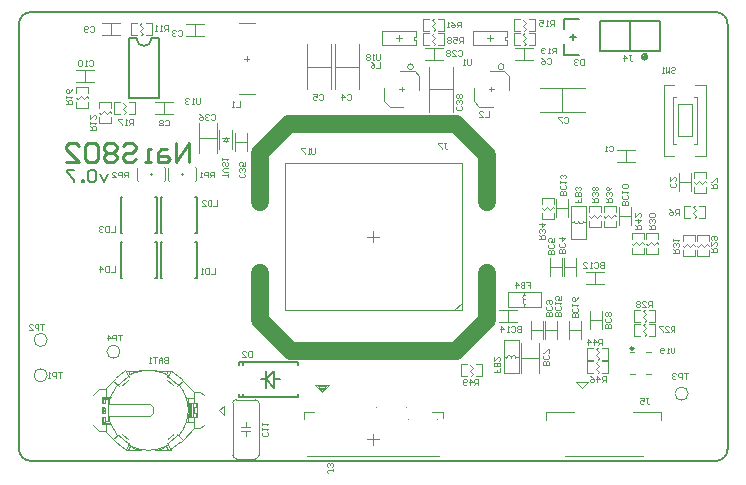
<source format=gbo>
%FSLAX44Y44*%
%MOMM*%
G71*
G01*
G75*
G04 Layer_Color=32896*
%ADD10R,1.8000X0.2500*%
%ADD11R,0.5000X0.6000*%
%ADD12R,0.5000X1.1000*%
%ADD13R,0.8128X0.8128*%
%ADD14R,1.0160X0.8890*%
%ADD15R,2.4000X1.2500*%
%ADD16R,1.2000X1.2500*%
%ADD17R,0.8890X1.0160*%
%ADD18R,1.6002X1.2954*%
%ADD19R,0.7600X1.5200*%
%ADD20R,0.6000X0.5000*%
%ADD21R,0.8128X0.8128*%
%ADD22R,1.0668X0.8128*%
G04:AMPARAMS|DCode=23|XSize=0.22mm|YSize=0.8mm|CornerRadius=0mm|HoleSize=0mm|Usage=FLASHONLY|Rotation=90.000|XOffset=0mm|YOffset=0mm|HoleType=Round|Shape=RoundedRectangle|*
%AMROUNDEDRECTD23*
21,1,0.2200,0.8000,0,0,90.0*
21,1,0.2200,0.8000,0,0,90.0*
1,1,0.0000,0.4000,0.1100*
1,1,0.0000,0.4000,-0.1100*
1,1,0.0000,-0.4000,-0.1100*
1,1,0.0000,-0.4000,0.1100*
%
%ADD23ROUNDEDRECTD23*%
G04:AMPARAMS|DCode=24|XSize=0.22mm|YSize=0.8mm|CornerRadius=0mm|HoleSize=0mm|Usage=FLASHONLY|Rotation=0.000|XOffset=0mm|YOffset=0mm|HoleType=Round|Shape=RoundedRectangle|*
%AMROUNDEDRECTD24*
21,1,0.2200,0.8000,0,0,0.0*
21,1,0.2200,0.8000,0,0,0.0*
1,1,0.0000,0.1100,-0.4000*
1,1,0.0000,-0.1100,-0.4000*
1,1,0.0000,-0.1100,0.4000*
1,1,0.0000,0.1100,0.4000*
%
%ADD24ROUNDEDRECTD24*%
%ADD25R,4.3000X4.3000*%
%ADD26R,0.6000X0.7000*%
%ADD27R,1.2000X1.4000*%
%ADD28R,0.8000X1.6000*%
%ADD29P,1.8385X4X90.0*%
%ADD30R,1.2700X0.5080*%
%ADD31R,1.3970X1.3970*%
%ADD32R,1.2000X1.6000*%
%ADD33R,1.5000X0.4000*%
%ADD34R,1.2000X2.2000*%
%ADD35R,1.6000X1.4000*%
%ADD36R,1.1000X1.4000*%
%ADD37R,0.7000X1.6000*%
%ADD38R,1.4000X1.2000*%
%ADD39R,1.4000X0.6000*%
%ADD40C,0.2000*%
%ADD41C,0.2540*%
%ADD42C,0.1270*%
%ADD43C,0.4000*%
%ADD44C,0.6000*%
%ADD45C,0.3000*%
%ADD46C,1.0000*%
%ADD47C,0.5000*%
%ADD48C,0.0254*%
%ADD49C,0.5000*%
G04:AMPARAMS|DCode=50|XSize=4mm|YSize=4mm|CornerRadius=2mm|HoleSize=0mm|Usage=FLASHONLY|Rotation=0.000|XOffset=0mm|YOffset=0mm|HoleType=Round|Shape=RoundedRectangle|*
%AMROUNDEDRECTD50*
21,1,4.0000,0.0000,0,0,0.0*
21,1,0.0000,4.0000,0,0,0.0*
1,1,4.0000,0.0000,0.0000*
1,1,4.0000,0.0000,0.0000*
1,1,4.0000,0.0000,0.0000*
1,1,4.0000,0.0000,0.0000*
%
%ADD50ROUNDEDRECTD50*%
%ADD51R,1.5240X1.5240*%
%ADD52C,1.5240*%
%ADD53C,0.3000*%
%ADD54C,4.4000*%
%ADD55C,0.8000*%
%ADD56C,3.6000*%
%ADD57R,1.2000X2.0000*%
%ADD58R,1.6000X1.2000*%
%ADD59O,2.0320X0.6096*%
%ADD60R,2.0320X0.6096*%
%ADD61R,2.3500X0.7250*%
%ADD62R,1.3970X1.3970*%
%ADD63P,1.8385X4X180.0*%
%ADD64R,2.1000X3.0000*%
%ADD65R,0.8000X2.1000*%
%ADD66R,1.6000X2.2000*%
%ADD67C,0.8000*%
G04:AMPARAMS|DCode=68|XSize=2mm|YSize=2mm|CornerRadius=0mm|HoleSize=0mm|Usage=FLASHONLY|Rotation=180.000|XOffset=0mm|YOffset=0mm|HoleType=Round|Shape=RoundedRectangle|*
%AMROUNDEDRECTD68*
21,1,2.0000,2.0000,0,0,180.0*
21,1,2.0000,2.0000,0,0,180.0*
1,1,0.0000,-1.0000,1.0000*
1,1,0.0000,1.0000,1.0000*
1,1,0.0000,1.0000,-1.0000*
1,1,0.0000,-1.0000,-1.0000*
%
%ADD68ROUNDEDRECTD68*%
%ADD69R,2.1500X6.3000*%
%ADD70C,0.6000*%
%ADD71R,1.6000X1.6000*%
%ADD72R,0.4064X0.5500*%
%ADD73R,0.3048X0.5500*%
%ADD74R,0.2000X0.7500*%
%ADD75R,0.7500X0.2000*%
%ADD76R,0.7000X0.6000*%
%ADD77R,2.3500X1.9250*%
%ADD78C,4.0000*%
%ADD79C,0.1250*%
%ADD80C,0.1524*%
%ADD81C,0.1200*%
%ADD82C,0.2032*%
%ADD83C,0.1000*%
%ADD84R,2.0040X0.4540*%
%ADD85R,0.7040X0.8040*%
%ADD86R,0.7040X1.3040*%
%ADD87R,1.0168X1.0168*%
%ADD88R,1.2200X1.0930*%
%ADD89R,2.6040X1.4540*%
%ADD90R,1.4040X1.4540*%
%ADD91R,1.0930X1.2200*%
%ADD92R,1.8042X1.4994*%
%ADD93R,0.9640X1.7240*%
%ADD94R,0.8040X0.7040*%
%ADD95R,1.0168X1.0168*%
%ADD96R,1.2708X1.0168*%
G04:AMPARAMS|DCode=97|XSize=0.424mm|YSize=1.004mm|CornerRadius=0mm|HoleSize=0mm|Usage=FLASHONLY|Rotation=90.000|XOffset=0mm|YOffset=0mm|HoleType=Round|Shape=RoundedRectangle|*
%AMROUNDEDRECTD97*
21,1,0.4240,1.0040,0,0,90.0*
21,1,0.4240,1.0040,0,0,90.0*
1,1,0.0000,0.5020,0.2120*
1,1,0.0000,0.5020,-0.2120*
1,1,0.0000,-0.5020,-0.2120*
1,1,0.0000,-0.5020,0.2120*
%
%ADD97ROUNDEDRECTD97*%
G04:AMPARAMS|DCode=98|XSize=0.424mm|YSize=1.004mm|CornerRadius=0mm|HoleSize=0mm|Usage=FLASHONLY|Rotation=0.000|XOffset=0mm|YOffset=0mm|HoleType=Round|Shape=RoundedRectangle|*
%AMROUNDEDRECTD98*
21,1,0.4240,1.0040,0,0,0.0*
21,1,0.4240,1.0040,0,0,0.0*
1,1,0.0000,0.2120,-0.5020*
1,1,0.0000,-0.2120,-0.5020*
1,1,0.0000,-0.2120,0.5020*
1,1,0.0000,0.2120,0.5020*
%
%ADD98ROUNDEDRECTD98*%
%ADD99R,4.5040X4.5040*%
%ADD100R,0.8040X0.9040*%
%ADD101R,1.4040X1.6040*%
%ADD102R,1.0040X1.8040*%
%ADD103P,2.1270X4X90.0*%
%ADD104R,1.4740X0.7120*%
%ADD105R,1.6010X1.6010*%
%ADD106R,1.4040X1.8040*%
%ADD107R,1.7040X0.6040*%
%ADD108R,1.4040X2.4040*%
%ADD109R,1.8040X1.6040*%
%ADD110R,1.3040X1.6040*%
%ADD111R,0.9040X1.8040*%
%ADD112R,1.6040X1.4040*%
%ADD113R,1.6040X0.8040*%
%ADD114C,0.7040*%
G04:AMPARAMS|DCode=115|XSize=4.204mm|YSize=4.204mm|CornerRadius=2.102mm|HoleSize=0mm|Usage=FLASHONLY|Rotation=0.000|XOffset=0mm|YOffset=0mm|HoleType=Round|Shape=RoundedRectangle|*
%AMROUNDEDRECTD115*
21,1,4.2040,0.0000,0,0,0.0*
21,1,0.0000,4.2040,0,0,0.0*
1,1,4.2040,0.0000,0.0000*
1,1,4.2040,0.0000,0.0000*
1,1,4.2040,0.0000,0.0000*
1,1,4.2040,0.0000,0.0000*
%
%ADD115ROUNDEDRECTD115*%
%ADD116R,1.7280X1.7280*%
%ADD117C,1.7280*%
%ADD118C,0.5040*%
%ADD119C,0.2040*%
%ADD120C,4.6040*%
%ADD121R,2.5500X1.4000*%
%ADD122R,1.4040X2.2040*%
%ADD123R,1.8040X1.4040*%
%ADD124O,2.2360X0.8136*%
%ADD125R,2.2360X0.8136*%
%ADD126R,2.5540X0.9290*%
%ADD127R,1.6010X1.6010*%
%ADD128P,2.1270X4X180.0*%
%ADD129R,2.3040X3.2040*%
%ADD130R,1.0040X2.3040*%
%ADD131R,1.8040X2.4040*%
%ADD132C,1.0040*%
G04:AMPARAMS|DCode=133|XSize=2.204mm|YSize=2.204mm|CornerRadius=0mm|HoleSize=0mm|Usage=FLASHONLY|Rotation=180.000|XOffset=0mm|YOffset=0mm|HoleType=Round|Shape=RoundedRectangle|*
%AMROUNDEDRECTD133*
21,1,2.2040,2.2040,0,0,180.0*
21,1,2.2040,2.2040,0,0,180.0*
1,1,0.0000,-1.1020,1.1020*
1,1,0.0000,1.1020,1.1020*
1,1,0.0000,1.1020,-1.1020*
1,1,0.0000,-1.1020,-1.1020*
%
%ADD133ROUNDEDRECTD133*%
%ADD134R,2.3540X6.5040*%
%ADD135C,0.8040*%
%ADD136R,1.8040X1.8040*%
%ADD137R,0.6104X0.7540*%
%ADD138R,0.5088X0.7540*%
%ADD139R,0.4040X0.9540*%
%ADD140R,0.9540X0.4040*%
%ADD141R,0.9040X0.8040*%
%ADD142C,4.2040*%
%ADD143C,0.1999*%
%ADD144C,1.5000*%
D40*
X-90800Y-121000D02*
X-83800Y-128000D01*
X-90800Y-121000D02*
X-83775Y-113975D01*
X-83780Y-128000D02*
Y-114000D01*
X-90800Y-128200D02*
Y-113800D01*
X-95000Y-121000D02*
X-90800D01*
X-83780D02*
X-79000D01*
X-114000Y-106500D02*
X-64000D01*
Y-135500D02*
Y-133000D01*
Y-109000D02*
Y-106500D01*
X-110000Y-109000D02*
Y-106500D01*
X-114000Y-135500D02*
X-64000D01*
X-110000D02*
Y-133000D01*
X-114000Y-135500D02*
Y-133000D01*
Y-109000D02*
Y-106500D01*
X289941Y-190000D02*
G03*
X299941Y-180000I0J10000D01*
G01*
Y180000D02*
G03*
X289941Y190000I-10000J0D01*
G01*
X-300000Y-180000D02*
G03*
X-290000Y-190000I10000J0D01*
G01*
Y190000D02*
G03*
X-300000Y180000I0J-10000D01*
G01*
X300000Y-180000D02*
Y180000D01*
X-300000Y-180000D02*
Y180000D01*
X-290000Y-190000D02*
X289941Y-190000D01*
X-290000Y190000D02*
X289941Y190000D01*
D41*
X220000Y-95000D02*
G03*
X220000Y-95000I-1000J0D01*
G01*
X-156000Y63050D02*
Y79045D01*
X-166663Y63050D01*
Y79045D01*
X-174661Y73713D02*
X-179992D01*
X-182658Y71048D01*
Y63050D01*
X-174661D01*
X-171995Y65716D01*
X-174661Y68382D01*
X-182658D01*
X-187990Y63050D02*
X-193321D01*
X-190655D01*
Y73713D01*
X-187990D01*
X-211982Y76379D02*
X-209316Y79045D01*
X-203984D01*
X-201319Y76379D01*
Y73713D01*
X-203984Y71048D01*
X-209316D01*
X-211982Y68382D01*
Y65716D01*
X-209316Y63050D01*
X-203984D01*
X-201319Y65716D01*
X-217313Y76379D02*
X-219979Y79045D01*
X-225311D01*
X-227977Y76379D01*
Y73713D01*
X-225311Y71048D01*
X-227977Y68382D01*
Y65716D01*
X-225311Y63050D01*
X-219979D01*
X-217313Y65716D01*
Y68382D01*
X-219979Y71048D01*
X-217313Y73713D01*
Y76379D01*
X-219979Y71048D02*
X-225311D01*
X-233308Y76379D02*
X-235974Y79045D01*
X-241306D01*
X-243972Y76379D01*
Y65716D01*
X-241306Y63050D01*
X-235974D01*
X-233308Y65716D01*
Y76379D01*
X-259966Y63050D02*
X-249303D01*
X-259966Y73713D01*
Y76379D01*
X-257300Y79045D01*
X-251969D01*
X-249303Y76379D01*
D42*
X-149362Y2750D02*
Y33250D01*
X-179862Y2750D02*
Y33250D01*
Y2750D02*
X-178612D01*
X-150612D02*
X-149362D01*
X-179862Y33250D02*
X-178612D01*
X-150612D02*
X-149362D01*
X-213862Y2750D02*
Y33250D01*
X-183362Y2750D02*
Y33250D01*
X-184612D02*
X-183362D01*
X-213862D02*
X-212612D01*
X-184612Y2750D02*
X-183362D01*
X-213862D02*
X-212612D01*
X-213862Y-35250D02*
Y-4750D01*
X-183362Y-35250D02*
Y-4750D01*
X-184612D02*
X-183362D01*
X-213862D02*
X-212612D01*
X-184612Y-35250D02*
X-183362D01*
X-213862D02*
X-212612D01*
X-149362D02*
Y-4750D01*
X-179862Y-35250D02*
Y-4750D01*
Y-35250D02*
X-178612D01*
X-150612D02*
X-149362D01*
X-179862Y-4750D02*
X-178612D01*
X-150612D02*
X-149362D01*
X-224657Y52664D02*
X-227989Y46000D01*
X-231321Y52664D01*
X-234654Y54331D02*
X-236320Y55997D01*
X-239652D01*
X-241318Y54331D01*
Y47666D01*
X-239652Y46000D01*
X-236320D01*
X-234654Y47666D01*
Y54331D01*
X-244650Y46000D02*
Y47666D01*
X-246317D01*
Y46000D01*
X-244650D01*
X-252981Y55997D02*
X-259646D01*
Y54331D01*
X-252981Y47666D01*
Y46000D01*
D48*
X53993Y-154584D02*
X54000D01*
X27493Y-143984D02*
X27500D01*
X2493D02*
X2500D01*
X28993Y-154584D02*
X29000D01*
D79*
X110730Y143799D02*
G03*
X110730Y143799I-2500J0D01*
G01*
X34000D02*
G03*
X34000Y143799I-2500J0D01*
G01*
X-205228Y-177662D02*
G03*
X-175846Y-177662I14691J30662D01*
G01*
X-222873Y-136494D02*
G03*
X-222873Y-157507I32336J-10507D01*
G01*
X-175846Y-116338D02*
G03*
X-205228Y-116338I-14691J-30662D01*
G01*
X-158040Y-156997D02*
G03*
X-158040Y-137003I-32497J9997D01*
G01*
X-222319Y-135495D02*
G03*
X-222665Y-136499I31782J-11505D01*
G01*
X-216429Y-125274D02*
G03*
X-222319Y-135495I25892J-21726D01*
G01*
X-222665Y-157501D02*
G03*
X-222319Y-158505I32127J10501D01*
G01*
X-158249Y-137005D02*
G03*
X-164645Y-125274I-32288J-9995D01*
G01*
X-222319Y-158505D02*
G03*
X-216429Y-168726I31782J11505D01*
G01*
X-164645Y-168726D02*
G03*
X-158249Y-156995I-25892J21726D01*
G01*
X-175932Y-177482D02*
G03*
X-175403Y-177222I-14605J30482D01*
G01*
Y-116778D02*
G03*
X-175932Y-116518I-15134J-30222D01*
G01*
X-212262Y-167689D02*
G03*
X-207139Y-171988I21725J20689D01*
G01*
Y-122012D02*
G03*
X-212262Y-126311I16602J-24988D01*
G01*
X-165258Y-125788D02*
G03*
X-174037Y-118421I-25280J-21212D01*
G01*
X-168812Y-126311D02*
G03*
X-173935Y-122012I-21725J-20689D01*
G01*
X-174037Y-175579D02*
G03*
X-165258Y-168212I-16500J28579D01*
G01*
X-173935Y-171988D02*
G03*
X-168812Y-167689I-16602J24988D01*
G01*
X-205142Y-116518D02*
G03*
X-205671Y-116778I14605J-30482D01*
G01*
X-205724Y-116804D02*
G03*
X-207437Y-117728I15187J-30196D01*
G01*
X-173637Y-117728D02*
G03*
X-175403Y-116778I-16900J-29272D01*
G01*
Y-177222D02*
G03*
X-173637Y-176272I-15134J30222D01*
G01*
X-163162Y-119875D02*
G03*
X-171311Y-113656I-27224J-27224D01*
G01*
Y-180344D02*
G03*
X-163162Y-174125I-19075J33442D01*
G01*
X-217670Y-174262D02*
G03*
X-209754Y-180347I27224J27224D01*
G01*
X-215816Y-168212D02*
G03*
X-207037Y-175579I25280J21212D01*
G01*
X-205671Y-177222D02*
G03*
X-205142Y-177482I15134J30222D01*
G01*
X-207386Y-176301D02*
G03*
X-205671Y-177222I16849J29301D01*
G01*
X-209754Y-180347D02*
G03*
X-209463Y-180514I19308J33308D01*
G01*
X-209754Y-113653D02*
G03*
X-217670Y-119738I19308J-33308D01*
G01*
X-207037Y-118421D02*
G03*
X-215816Y-125788I16500J-28579D01*
G01*
X174000Y13269D02*
G03*
X177809Y13272I1905J-634D01*
G01*
X170190Y13269D02*
G03*
X173999Y13272I1905J-634D01*
G01*
X129269Y-53494D02*
G03*
X129272Y-57304I-634J-1905D01*
G01*
X129269Y-49684D02*
G03*
X129272Y-53494I-634J-1905D01*
G01*
X117000Y-103269D02*
G03*
X113191Y-103272I-1905J634D01*
G01*
X120810Y-103269D02*
G03*
X117001Y-103272I-1905J634D01*
G01*
X281777Y68431D02*
Y128431D01*
X245778Y68431D02*
Y128431D01*
X273778Y78431D02*
Y118431D01*
X253778Y78431D02*
Y118431D01*
X269778Y84931D02*
Y111931D01*
X257778D02*
X269778D01*
X257778Y84931D02*
Y111931D01*
Y84931D02*
X269778D01*
X253778Y78431D02*
X256087D01*
X271444D02*
X273778D01*
X253778Y118431D02*
X255986D01*
X271394D02*
X273778D01*
X245778Y128431D02*
X254778D01*
X272778D02*
X281777D01*
X245778Y68431D02*
X254778D01*
X272778D02*
X281777D01*
X-212270Y112810D02*
X-211000Y114080D01*
X-212270Y112810D02*
X-209730Y110270D01*
X-212270Y107730D02*
X-209730Y110270D01*
X-212270Y107730D02*
X-209730Y105190D01*
X-211000Y103920D02*
X-209730Y105190D01*
X-207190Y114080D02*
X-202110D01*
Y103920D02*
Y114080D01*
X-207190Y103920D02*
X-202110D01*
X-219890Y114080D02*
X-214810D01*
X-219890Y103920D02*
Y114080D01*
Y103920D02*
X-214810D01*
X98730Y165299D02*
Y170299D01*
X96230Y167799D02*
X101230D01*
X84230Y161799D02*
X113230D01*
X84230D02*
Y173799D01*
X113230D01*
Y169049D02*
Y173799D01*
X111418Y169049D02*
X113230D01*
X111418Y166549D02*
Y169049D01*
Y166549D02*
X113230D01*
Y161799D02*
Y166549D01*
X127730Y161951D02*
X129000Y163221D01*
X126460Y165761D02*
X129000Y163221D01*
X126460Y165761D02*
X129000Y168301D01*
X126460Y170841D02*
X129000Y168301D01*
X126460Y170841D02*
X127730Y172111D01*
X118840Y161951D02*
X123920D01*
X118840D02*
Y172111D01*
X123920D01*
X131540Y161951D02*
X136620D01*
Y172111D01*
X131540D02*
X136620D01*
X-56410Y124598D02*
Y162698D01*
X-36091Y124598D02*
Y162698D01*
X-56410Y143648D02*
X-36091D01*
X51156Y159910D02*
X58776D01*
X51156Y149750D02*
Y159910D01*
Y149750D02*
X58776D01*
X43536Y159910D02*
X51156D01*
Y149750D02*
Y159910D01*
X43536Y149750D02*
X51156D01*
X22000Y165299D02*
Y170299D01*
X19500Y167799D02*
X24500D01*
X7500Y161799D02*
X36500D01*
X7500D02*
Y173799D01*
X36500D01*
Y169049D02*
Y173799D01*
X34688Y169049D02*
X36500D01*
X34688Y166549D02*
Y169049D01*
Y166549D02*
X36500D01*
Y161799D02*
Y166549D01*
X49886Y183040D02*
X51156Y184310D01*
X49886Y183040D02*
X52426Y180500D01*
X49886Y177960D02*
X52426Y180500D01*
X49886Y177960D02*
X52426Y175420D01*
X51156Y174150D02*
X52426Y175420D01*
X54966Y184310D02*
X60046D01*
Y174150D02*
Y184310D01*
X54966Y174150D02*
X60046D01*
X42266Y184310D02*
X47346D01*
X42266Y174150D02*
Y184310D01*
Y174150D02*
X47346D01*
X67160Y105570D02*
Y143670D01*
X46840Y105570D02*
Y143670D01*
Y124620D02*
X67160D01*
X146250Y-155084D02*
Y-148834D01*
X170250D01*
X220000D02*
X243750D01*
Y-155084D02*
Y-148834D01*
X162000Y-185584D02*
X228000D01*
X171371Y-123056D02*
X176371Y-128056D01*
X171371Y-123056D02*
X181371D01*
X176371Y-128056D02*
X181371Y-123056D01*
X228730Y-75190D02*
X230000Y-73920D01*
X228730Y-75190D02*
X231270Y-77730D01*
X228730Y-80270D02*
X231270Y-77730D01*
X228730Y-80270D02*
X231270Y-82810D01*
X230000Y-84080D02*
X231270Y-82810D01*
X233810Y-73920D02*
X238890D01*
Y-84080D02*
Y-73920D01*
X233810Y-84080D02*
X238890D01*
X221110Y-73920D02*
X226190D01*
X221110Y-84080D02*
Y-73920D01*
Y-84080D02*
X226190D01*
X228730Y-63190D02*
X230000Y-61920D01*
X228730Y-63190D02*
X231270Y-65730D01*
X228730Y-68270D02*
X231270Y-65730D01*
X228730Y-68270D02*
X231270Y-70810D01*
X230000Y-72080D02*
X231270Y-70810D01*
X233810Y-61920D02*
X238890D01*
Y-72080D02*
Y-61920D01*
X233810Y-72080D02*
X238890D01*
X221110Y-61920D02*
X226190D01*
X221110Y-72080D02*
Y-61920D01*
Y-72080D02*
X226190D01*
X-223190Y106270D02*
X-221920Y105000D01*
X-225730Y103730D02*
X-223190Y106270D01*
X-228270D02*
X-225730Y103730D01*
X-230810D02*
X-228270Y106270D01*
X-232080Y105000D02*
X-230810Y103730D01*
X-221920Y96110D02*
Y101190D01*
X-232080Y96110D02*
X-221920D01*
X-232080D02*
Y101190D01*
X-221920Y108810D02*
Y113890D01*
X-232080D02*
X-221920D01*
X-232080Y108810D02*
Y113890D01*
X263110Y15920D02*
X268190D01*
X263110D02*
Y26080D01*
X268190D01*
X275810Y15920D02*
X280890D01*
Y26080D01*
X275810D02*
X280890D01*
X272000Y15920D02*
X273270Y17190D01*
X270730Y19730D02*
X273270Y17190D01*
X270730Y19730D02*
X273270Y22270D01*
X270730Y24810D02*
X273270Y22270D01*
X270730Y24810D02*
X272000Y26080D01*
X180380Y-40574D02*
X188000D01*
Y-30414D01*
X180380D02*
X188000D01*
Y-40574D02*
X195620D01*
X188000D02*
Y-30414D01*
X195620D01*
X183098Y-70494D02*
Y-62874D01*
Y-70494D02*
X193258D01*
Y-62874D01*
X183098Y-78114D02*
Y-70494D01*
X193258D01*
Y-78114D02*
Y-70494D01*
X106380Y-72080D02*
X114000D01*
Y-61920D01*
X106380D02*
X114000D01*
Y-72080D02*
X121620D01*
X114000D02*
Y-61920D01*
X121620D01*
X-126500Y-150750D02*
Y-143250D01*
X-130250Y-147000D02*
X-126500Y-143250D01*
X-130250Y-147000D02*
X-126500Y-150750D01*
X-224000Y-142000D02*
X-189000D01*
X-186500Y-144500D01*
Y-149500D02*
Y-144500D01*
X-189000Y-152000D02*
X-186500Y-149500D01*
X-224000Y-152000D02*
X-189000D01*
X-229000Y-137091D02*
X-229000Y-137216D01*
X-229000Y-137091D02*
Y-136979D01*
Y-136890D01*
Y-136830D01*
Y-136802D01*
Y-136800D01*
X-223577Y-138977D02*
Y-137500D01*
Y-156500D02*
Y-155023D01*
X-156537Y-157000D02*
Y-153000D01*
Y-141000D02*
Y-137000D01*
X-153988Y-153000D02*
Y-141000D01*
X-154939Y-153000D02*
Y-141000D01*
X-225000Y-156500D02*
Y-137500D01*
X-156944Y-152241D02*
X-155939D01*
X-156944Y-141759D02*
X-155939D01*
X-156784Y-142910D02*
X-155939D01*
X-156784Y-151090D02*
X-155939D01*
X-225000Y-137500D02*
X-223577D01*
X-227500D02*
X-225000D01*
X-223495D02*
X-223490D01*
X-223577D02*
X-223495D01*
X-227500Y-156500D02*
X-225000D01*
X-223577D01*
X-223495D01*
X-223490D01*
X-229037Y-157500D02*
Y-153000D01*
Y-149415D02*
Y-144581D01*
Y-141000D02*
Y-136500D01*
X-230037Y-158500D02*
X-229037Y-157500D01*
X-230037Y-135500D02*
X-229037Y-136500D01*
X-237537Y-134500D02*
X-232537Y-129500D01*
X-230037Y-135500D02*
X-226237D01*
X-230037Y-158500D02*
Y-153000D01*
Y-149500D02*
Y-144500D01*
Y-141000D02*
Y-135500D01*
Y-158500D02*
X-226237D01*
X-232537Y-164500D02*
X-227432D01*
X-237537Y-159500D02*
X-232537Y-164500D01*
Y-129500D02*
X-227432D01*
X-151537Y-149232D02*
Y-144768D01*
Y-141000D02*
Y-137000D01*
Y-131500D02*
X-146537D01*
X-143537Y-134500D01*
X-149537Y-149500D02*
Y-144500D01*
X-146537Y-162500D02*
X-143537Y-159548D01*
X-151537Y-162500D02*
X-146537D01*
X-151537Y-157000D02*
Y-153000D01*
X-229000Y-147500D02*
X-227500D01*
X-229000Y-146500D02*
X-227500D01*
X-229000D02*
Y-144772D01*
Y-147500D02*
Y-146500D01*
Y-149228D02*
Y-147500D01*
Y-157200D02*
Y-156784D01*
X-227500Y-149228D02*
Y-147500D01*
Y-146500D01*
Y-144772D01*
Y-137216D02*
Y-136800D01*
Y-157200D02*
Y-156784D01*
X-229000Y-137300D02*
X-227500D01*
X-229000Y-137216D02*
X-227500D01*
X-229000Y-156784D02*
X-227500D01*
X-229000Y-156700D02*
X-227500D01*
X-152988Y-147500D02*
X-151537D01*
Y-149232D02*
X-151488D01*
X-152988Y-147500D02*
Y-146500D01*
Y-149416D02*
Y-147500D01*
Y-146500D02*
Y-144584D01*
X-151537Y-144768D02*
X-151488D01*
X-152988Y-146500D02*
X-151537D01*
X-151488Y-149416D02*
Y-149232D01*
Y-144768D02*
Y-144584D01*
X-155939Y-153000D02*
Y-152241D01*
Y-151090D01*
Y-150331D01*
Y-143669D02*
Y-142910D01*
Y-141759D01*
Y-141000D01*
X-152988Y-149416D02*
X-151488D01*
X-152988Y-144584D02*
X-151488D01*
X-229000Y-149228D02*
X-227500D01*
X-229000Y-144772D02*
X-227500D01*
X-229000Y-156700D02*
Y-153000D01*
Y-156784D02*
Y-156700D01*
Y-156784D02*
Y-156700D01*
Y-137300D02*
X-229000Y-137216D01*
X-229000Y-141000D02*
Y-137300D01*
Y-141000D02*
X-229000Y-137216D01*
X-152988Y-153000D02*
Y-149416D01*
X-150488Y-153000D02*
Y-149500D01*
X-152855D02*
X-150488D01*
X-149537D01*
X-157071Y-141000D02*
X-155939D01*
X-153988D02*
X-152988D01*
X-154939D02*
X-153988D01*
X-155939D02*
X-154939D01*
X-157071Y-153000D02*
X-155939D01*
X-154939D01*
X-153988D01*
X-152988D01*
X-150488D01*
X-149537D01*
Y-149500D01*
X-150488Y-141000D02*
X-149537D01*
Y-144500D02*
Y-141000D01*
X-150488Y-144500D02*
X-149537D01*
X-152988Y-144584D02*
Y-141000D01*
X-150488D01*
Y-144500D02*
Y-141000D01*
X-152855Y-144500D02*
X-150488D01*
X-152988Y-144584D02*
X-152855Y-144500D01*
X-227500Y-141000D02*
Y-137300D01*
X-227500Y-137216D01*
X-230000Y-144500D02*
X-227796D01*
X-230000Y-149500D02*
X-227796D01*
X-227500Y-156700D02*
X-227500Y-156784D01*
X-227500Y-156700D02*
Y-153000D01*
X-230000Y-141000D02*
X-227500D01*
X-230000Y-153000D02*
X-227500D01*
X-156701Y-143669D02*
X-155939D01*
Y-150331D02*
Y-143669D01*
X-156701Y-150331D02*
X-155939D01*
X-181017Y-114360D02*
Y-113500D01*
Y-180500D02*
Y-179640D01*
X-200056Y-180500D02*
Y-179640D01*
Y-114360D02*
Y-113500D01*
X-229037Y-157500D02*
X-226237D01*
X-229037Y-136500D02*
X-226237D01*
X-175910Y-116453D02*
X-175844Y-116339D01*
X-181017Y-113500D02*
X-177081Y-115776D01*
X-203995Y-115777D02*
X-200056Y-113500D01*
X-205229Y-116338D02*
X-205164Y-116453D01*
X-181017Y-180500D02*
X-177081Y-178224D01*
X-175910Y-177547D02*
X-175844Y-177661D01*
X-205229Y-177662D02*
X-205164Y-177547D01*
X-203995Y-178223D02*
X-200056Y-180500D01*
X-226237Y-136500D02*
Y-135500D01*
Y-136500D02*
X-222665D01*
X-226237Y-135500D02*
X-222320D01*
X-226237D02*
Y-128306D01*
Y-157500D02*
X-222665D01*
X-158250Y-137000D02*
X-151537D01*
Y-131500D01*
X-226237Y-158500D02*
X-222320D01*
X-226237Y-165694D02*
Y-158500D01*
Y-157500D01*
X-158250Y-157000D02*
X-151537D01*
Y-162500D02*
Y-157000D01*
X-175910Y-177547D02*
X-175387Y-177245D01*
X-175910Y-177547D02*
Y-177471D01*
Y-116529D02*
Y-116453D01*
X-175387Y-116755D01*
X-205687Y-116755D02*
X-205164Y-116453D01*
Y-116529D02*
Y-116453D01*
Y-177547D02*
Y-177471D01*
X-205687Y-177245D02*
X-205164Y-177547D01*
X-207553Y-113500D02*
X-200056D01*
X-181017D02*
X-173521D01*
X-184727D02*
X-181017D01*
X-200056D02*
X-196346D01*
X-181017Y-180500D02*
X-173521D01*
X-207553D02*
X-200056D01*
X-196346D01*
X-184727D02*
X-181017D01*
X-174037Y-118421D02*
X-173639Y-117727D01*
X-160915Y-171878D02*
X-151537Y-162500D01*
X-163162Y-174125D02*
X-160915Y-171878D01*
X-174037Y-175579D02*
X-173639Y-176273D01*
X-165266Y-168221D02*
X-160915Y-171878D01*
X-174568Y-119349D02*
X-174037Y-118421D01*
X-166078Y-167538D02*
X-165266Y-168221D01*
X-174568Y-174651D02*
X-174037Y-175579D01*
X-207037Y-118421D02*
X-206506Y-119349D01*
X-209766Y-113660D02*
X-209487Y-113500D01*
X-207553D01*
X-205687Y-116755D01*
X-205696Y-116790D02*
X-205687Y-116755D01*
X-175387Y-116755D02*
X-175378Y-116790D01*
X-175387Y-116755D02*
X-173521Y-113500D01*
X-171587D01*
X-173639Y-117727D02*
X-171306Y-113659D01*
X-173521Y-180500D02*
X-171587D01*
X-175387Y-177245D02*
X-173521Y-180500D01*
X-175387Y-177245D02*
X-175378Y-177210D01*
X-173639Y-176273D02*
X-171306Y-180341D01*
X-171587Y-113500D02*
X-171306Y-113659D01*
X-171587Y-180500D02*
X-171306Y-180341D01*
X-205696Y-177210D02*
X-205687Y-177245D01*
X-207553Y-180500D02*
X-205687Y-177245D01*
X-209487Y-180500D02*
X-207553D01*
X-209766Y-180340D02*
X-207435Y-176273D01*
X-207037Y-175579D01*
X-206506Y-174651D01*
X-220110Y-171821D02*
X-217670Y-174262D01*
X-227432Y-164500D02*
X-226237Y-165694D01*
X-220110Y-171821D01*
X-215812Y-168218D02*
X-214996Y-167534D01*
X-220110Y-171821D02*
X-215812Y-168218D01*
X-166078Y-126462D02*
X-165266Y-125779D01*
X-160915Y-122122D01*
X-163162Y-119875D02*
X-160915Y-122122D01*
X-151537Y-131500D01*
X-209766Y-113660D02*
X-207435Y-117727D01*
X-207037Y-118421D01*
X-220110Y-122179D02*
X-215811Y-125782D01*
X-214996Y-126466D01*
X-226237Y-128306D02*
X-220110Y-122179D01*
X-227432Y-129500D02*
X-226237Y-128306D01*
X-220110Y-122179D02*
X-217670Y-119738D01*
X-229000Y-157200D02*
X-227500D01*
X-229000Y-136800D02*
X-227500D01*
X-32349Y143648D02*
X-12029D01*
Y124598D02*
Y162698D01*
X-32349Y124598D02*
Y162698D01*
X269080Y38380D02*
Y46000D01*
X258920D02*
X269080D01*
X258920Y38380D02*
Y46000D01*
X269080D02*
Y53620D01*
X258920Y46000D02*
X269080D01*
X258920D02*
Y53620D01*
X74110Y-118080D02*
X79190D01*
X74110D02*
Y-107920D01*
X79190D01*
X86810Y-118080D02*
X91890D01*
Y-107920D01*
X86810D02*
X91890D01*
X83000Y-118080D02*
X84270Y-116810D01*
X81730Y-114270D02*
X84270Y-116810D01*
X81730Y-114270D02*
X84270Y-111730D01*
X81730Y-109190D02*
X84270Y-111730D01*
X81730Y-109190D02*
X83000Y-107920D01*
X271920Y49810D02*
Y54890D01*
X282080D01*
Y49810D02*
Y54890D01*
X271920Y37110D02*
Y42190D01*
Y37110D02*
X282080D01*
Y42190D01*
X271920Y46000D02*
X273190Y44730D01*
X275730Y47270D01*
X278270Y44730D01*
X280810Y47270D01*
X282080Y46000D01*
X133920Y-79494D02*
Y-71874D01*
Y-79494D02*
X144080D01*
Y-71874D01*
X133920Y-87114D02*
Y-79494D01*
X144080D01*
Y-87114D02*
Y-79494D01*
X165080Y16380D02*
Y24000D01*
X154920D02*
X165080D01*
X154920Y16380D02*
Y24000D01*
X165080D02*
Y31620D01*
X154920Y24000D02*
X165080D01*
X154920D02*
Y31620D01*
X155758Y-87114D02*
Y-79494D01*
X145598D02*
X155758D01*
X145598Y-87114D02*
Y-79494D01*
X155758D02*
Y-71874D01*
X145598Y-79494D02*
X155758D01*
X145598D02*
Y-71874D01*
X165598Y-79494D02*
Y-71874D01*
Y-79494D02*
X175758D01*
Y-71874D01*
X165598Y-87114D02*
Y-79494D01*
X175758D01*
Y-87114D02*
Y-79494D01*
X167650Y-1970D02*
Y22160D01*
Y-1970D02*
X180350D01*
Y25970D01*
X167650D02*
X180350D01*
X167650Y22160D02*
Y25970D01*
X177810Y12000D02*
X180000D01*
X168000D02*
X170190D01*
X-158474Y169773D02*
X-150854D01*
Y179933D01*
X-158474D02*
X-150854D01*
Y169773D02*
X-143234D01*
X-150854D02*
Y179933D01*
X-143234D01*
X-229620Y170562D02*
X-222000D01*
Y180722D01*
X-229620D02*
X-222000D01*
Y170562D02*
X-214380D01*
X-222000D02*
Y180722D01*
X-214380D01*
X272080Y-16890D02*
Y-11810D01*
X261920Y-16890D02*
X272080D01*
X261920D02*
Y-11810D01*
X272080Y-4190D02*
Y890D01*
X261920D02*
X272080D01*
X261920Y-4190D02*
Y890D01*
X270810Y-6730D02*
X272080Y-8000D01*
X268270Y-9270D02*
X270810Y-6730D01*
X265730D02*
X268270Y-9270D01*
X263190D02*
X265730Y-6730D01*
X261920Y-8000D02*
X263190Y-9270D01*
X194920Y17000D02*
X196190Y15730D01*
X198730Y18270D01*
X201270Y15730D01*
X203810Y18270D01*
X205080Y17000D01*
X194920Y20810D02*
Y25890D01*
X205080D01*
Y20810D02*
Y25890D01*
X194920Y8110D02*
Y13190D01*
Y8110D02*
X205080D01*
Y13190D01*
X273920Y-8000D02*
X275190Y-9270D01*
X277730Y-6730D01*
X280270Y-9270D01*
X282810Y-6730D01*
X284080Y-8000D01*
X273920Y-4190D02*
Y890D01*
X284080D01*
Y-4190D02*
Y890D01*
X273920Y-16890D02*
Y-11810D01*
Y-16890D02*
X284080D01*
Y-11810D01*
X182920Y17000D02*
X184190Y15730D01*
X186730Y18270D01*
X189270Y15730D01*
X191810Y18270D01*
X193080Y17000D01*
X182920Y20810D02*
Y25890D01*
X193080D01*
Y20810D02*
Y25890D01*
X182920Y8110D02*
Y13190D01*
Y8110D02*
X193080D01*
Y13190D01*
X230920Y-6000D02*
X232190Y-7270D01*
X234730Y-4730D01*
X237270Y-7270D01*
X239810Y-4730D01*
X241080Y-6000D01*
X230920Y-2190D02*
Y2890D01*
X241080D01*
Y-2190D02*
Y2890D01*
X230920Y-14890D02*
Y-9810D01*
Y-14890D02*
X241080D01*
Y-9810D01*
X227810Y-4730D02*
X229080Y-6000D01*
X225270Y-7270D02*
X227810Y-4730D01*
X222730D02*
X225270Y-7270D01*
X220190D02*
X222730Y-4730D01*
X218920Y-6000D02*
X220190Y-7270D01*
X229080Y-14890D02*
Y-9810D01*
X218920Y-14890D02*
X229080D01*
X218920D02*
Y-9810D01*
X229080Y-2190D02*
Y2890D01*
X218920D02*
X229080D01*
X218920Y-2190D02*
Y2890D01*
X218080Y9380D02*
Y17000D01*
X207920D02*
X218080D01*
X207920Y9380D02*
Y17000D01*
X218080D02*
Y24620D01*
X207920Y17000D02*
X218080D01*
X207920D02*
Y24620D01*
X-244000Y141080D02*
X-236380D01*
X-244000Y130920D02*
Y141080D01*
Y130920D02*
X-236380D01*
X-251620Y141080D02*
X-244000D01*
Y130920D02*
Y141080D01*
X-251620Y130920D02*
X-244000D01*
X-242640Y118770D02*
X-241370Y117500D01*
X-245180Y116230D02*
X-242640Y118770D01*
X-247720D02*
X-245180Y116230D01*
X-250260D02*
X-247720Y118770D01*
X-251530Y117500D02*
X-250260Y116230D01*
X-241370Y108610D02*
Y113690D01*
X-251530Y108610D02*
X-241370D01*
X-251530D02*
Y113690D01*
X-241370Y121310D02*
Y126390D01*
X-251530D02*
X-241370D01*
X-251530Y121310D02*
Y126390D01*
X114030Y-47144D02*
X138160D01*
X114030Y-59844D02*
Y-47144D01*
Y-59844D02*
X141970D01*
Y-47144D01*
X138160D02*
X141970D01*
X128000Y-59494D02*
Y-57304D01*
Y-49684D02*
Y-47494D01*
X-197773Y179452D02*
X-196503Y180722D01*
X-197773Y179452D02*
X-195233Y176912D01*
X-197773Y174372D02*
X-195233Y176912D01*
X-197773Y174372D02*
X-195233Y171832D01*
X-196503Y170562D02*
X-195233Y171832D01*
X-192693Y180722D02*
X-187613D01*
Y170562D02*
Y180722D01*
X-192693Y170562D02*
X-187613D01*
X-205393Y180722D02*
X-200313D01*
X-205393Y170562D02*
Y180722D01*
Y170562D02*
X-200313D01*
X-177561Y113967D02*
X-169942D01*
X-177561Y103807D02*
Y113967D01*
Y103807D02*
X-169942D01*
X-185182Y113967D02*
X-177561D01*
Y103807D02*
Y113967D01*
X-185182Y103807D02*
X-177561D01*
X51156Y161951D02*
X52426Y163221D01*
X49886Y165761D02*
X52426Y163221D01*
X49886Y165761D02*
X52426Y168301D01*
X49886Y170841D02*
X52426Y168301D01*
X49886Y170841D02*
X51156Y172111D01*
X42266Y161951D02*
X47346D01*
X42266D02*
Y172111D01*
X47346D01*
X54966Y161951D02*
X60046D01*
Y172111D01*
X54966D02*
X60046D01*
X171712Y-33149D02*
Y-25529D01*
X161552D02*
X171712D01*
X161552Y-33149D02*
Y-25529D01*
X171712D02*
Y-17909D01*
X161552Y-25529D02*
X171712D01*
X161552D02*
Y-17909D01*
X181110Y-115920D02*
X186190D01*
X181110D02*
Y-105760D01*
X186190D01*
X193810Y-115920D02*
X198890D01*
Y-105760D01*
X193810D02*
X198890D01*
X190000Y-115920D02*
X191270Y-114650D01*
X188730Y-112110D02*
X191270Y-114650D01*
X188730Y-112110D02*
X191270Y-109570D01*
X188730Y-107030D02*
X191270Y-109570D01*
X188730Y-107030D02*
X190000Y-105760D01*
X193968Y-94030D02*
X199048D01*
Y-104190D02*
Y-94030D01*
X193968Y-104190D02*
X199048D01*
X181268Y-94030D02*
X186348D01*
X181268Y-104190D02*
Y-94030D01*
Y-104190D02*
X186348D01*
X188888Y-95300D02*
X190158Y-94030D01*
X188888Y-95300D02*
X191428Y-97840D01*
X188888Y-100380D02*
X191428Y-97840D01*
X188888Y-100380D02*
X191428Y-102920D01*
X190158Y-104190D02*
X191428Y-102920D01*
X123350Y-112160D02*
Y-88030D01*
X110650D02*
X123350D01*
X110650Y-115970D02*
Y-88030D01*
Y-115970D02*
X123350D01*
Y-112160D01*
X111000Y-102000D02*
X113190D01*
X120810D02*
X123000D01*
X125380Y-102505D02*
X140620D01*
X125380Y-115205D02*
Y-89805D01*
X140620Y-115205D02*
Y-89805D01*
X126460Y183040D02*
X127730Y184310D01*
X126460Y183040D02*
X129000Y180500D01*
X126460Y177960D02*
X129000Y180500D01*
X126460Y177960D02*
X129000Y175420D01*
X127730Y174150D02*
X129000Y175420D01*
X131540Y184310D02*
X136620D01*
Y174150D02*
Y184310D01*
X131540Y174150D02*
X136620D01*
X118840Y184310D02*
X123920D01*
X118840Y174150D02*
Y184310D01*
Y174150D02*
X123920D01*
X120110Y149750D02*
X127730D01*
Y159910D01*
X120110D02*
X127730D01*
Y149750D02*
X135350D01*
X127730D02*
Y159910D01*
X135350D01*
X160000Y105840D02*
Y126160D01*
X140950D02*
X179050D01*
X140950Y105840D02*
X179050D01*
X160080Y-33114D02*
Y-25494D01*
X149920D02*
X160080D01*
X149920Y-33114D02*
Y-25494D01*
X160080D02*
Y-17874D01*
X149920Y-25494D02*
X160080D01*
X149920D02*
Y-17874D01*
X214000Y73080D02*
X221620D01*
X214000Y62920D02*
Y73080D01*
Y62920D02*
X221620D01*
X206380Y73080D02*
X214000D01*
Y62920D02*
Y73080D01*
X206380Y62920D02*
X214000D01*
X-75000Y-62500D02*
X75000D01*
X68750D02*
X74750Y-56500D01*
X75000Y-62500D02*
Y62500D01*
X-75000D02*
X75000D01*
X-75000Y-62500D02*
Y62500D01*
X0Y-5000D02*
Y0D01*
X5000D01*
X-5000D02*
X0D01*
Y5000D01*
X-117080Y80000D02*
Y87620D01*
Y80000D02*
X-106920D01*
Y87620D01*
X-117080Y72380D02*
Y80000D01*
X-106920D01*
Y72380D02*
Y80000D01*
X-147620Y70300D02*
Y95700D01*
X-132380Y70300D02*
Y95700D01*
X-147620Y83000D02*
X-132380D01*
X-125000Y80000D02*
Y81000D01*
X-125033Y83000D02*
Y84000D01*
X-128000Y83000D02*
X-122000D01*
X-119500Y74000D02*
Y90000D01*
X-130500Y74000D02*
Y90000D01*
X-125000Y83270D02*
X-122730Y81000D01*
X-127270D02*
X-125000Y83270D01*
X-127270Y81000D02*
X-122730D01*
X142920Y24000D02*
X144190Y22730D01*
X146730Y25270D01*
X149270Y22730D01*
X151810Y25270D01*
X153080Y24000D01*
X142920Y27810D02*
Y32890D01*
X153080D01*
Y27810D02*
Y32890D01*
X142920Y15110D02*
Y20190D01*
Y15110D02*
X153080D01*
Y20190D01*
D80*
X232200Y152220D02*
G03*
X232200Y152220I-2500J0D01*
G01*
X230700D02*
G03*
X230700Y152220I-1000J0D01*
G01*
X242400Y157300D02*
Y182700D01*
X191600D02*
X242400D01*
X191600Y157300D02*
Y182700D01*
Y157300D02*
X242400D01*
X217000D02*
Y182700D01*
D81*
X-116000Y-138000D02*
G03*
X-119000Y-141000I0J-3000D01*
G01*
Y-185000D02*
G03*
X-116000Y-188000I3000J0D01*
G01*
X-100000D02*
G03*
X-97000Y-185000I0J3000D01*
G01*
Y-141000D02*
G03*
X-100000Y-138000I-3000J0D01*
G01*
X-276110Y-87500D02*
G03*
X-276110Y-87500I-5590J0D01*
G01*
Y-117500D02*
G03*
X-276110Y-117500I-5590J0D01*
G01*
X-214410Y-97500D02*
G03*
X-214410Y-97500I-5590J0D01*
G01*
X266590Y-133000D02*
G03*
X266590Y-133000I-5590J0D01*
G01*
X-119000Y-185000D02*
Y-141000D01*
X-116000Y-188000D02*
X-100000D01*
X-97000Y-185000D02*
Y-141000D01*
X-116000Y-138000D02*
X-100000D01*
X-112000Y-161000D02*
X-104000D01*
X-112000Y-165000D02*
X-104000D01*
X-108000Y-169000D02*
Y-165000D01*
Y-161000D02*
Y-157000D01*
X35000Y140000D02*
X39000Y136000D01*
X23000Y140000D02*
X35000D01*
X39000Y124000D02*
Y136000D01*
X22000Y125000D02*
X26000D01*
X24000Y123000D02*
Y127000D01*
X13750Y110000D02*
X25250D01*
X9000Y114750D02*
X13750Y110000D01*
X9000Y114750D02*
Y126000D01*
X-58750Y-154514D02*
Y-148584D01*
X-50000D01*
X58750Y-154014D02*
Y-148584D01*
X0Y-176134D02*
Y-167244D01*
X-5080Y-171584D02*
X5080D01*
X-56260Y-185584D02*
X55680D01*
X50000Y-148584D02*
X58750D01*
X-47000Y-126934D02*
X-43500Y-130434D01*
X-40000Y-126934D01*
X-47000D02*
X-40000D01*
X-44500Y-127934D02*
X-43500Y-128934D01*
X-49500Y-125934D02*
X-43500Y-131934D01*
X-37500Y-125934D01*
X-49500D02*
X-37500D01*
X-43500Y-128934D02*
X-42500Y-127934D01*
X-44500D02*
X-42500D01*
X-107081Y148546D02*
Y152546D01*
X-109081Y150546D02*
X-105081D01*
X-114081Y180546D02*
X-100081D01*
X-114081Y120546D02*
X-100081D01*
X111000Y140000D02*
X115000Y136000D01*
X99000Y140000D02*
X111000D01*
X115000Y124000D02*
Y136000D01*
X98000Y125000D02*
X102000D01*
X100000Y123000D02*
Y127000D01*
X89750Y110000D02*
X101250D01*
X85000Y114750D02*
X89750Y110000D01*
X85000Y114750D02*
Y126000D01*
X-176999Y59000D02*
X-176001Y58001D01*
Y47999D02*
Y58001D01*
X-176999Y47000D02*
X-176001Y47999D01*
X-199999D02*
X-199001Y47000D01*
X-199999Y47999D02*
Y58001D01*
X-199001Y59000D01*
X-189000Y53000D02*
X-187000D01*
X-188000Y52000D02*
Y54000D01*
X-150999Y59000D02*
X-150001Y58001D01*
Y47999D02*
Y58001D01*
X-150999Y47000D02*
X-150001Y47999D01*
X-173999D02*
X-173001Y47000D01*
X-173999Y47999D02*
Y58001D01*
X-173001Y59000D01*
X-163000Y53000D02*
X-161000D01*
X-162000Y52000D02*
Y54000D01*
D82*
X169076Y166549D02*
Y171553D01*
X161456Y175401D02*
Y184291D01*
Y153811D02*
Y162701D01*
X166574Y169051D02*
X171578D01*
X161456Y184291D02*
X174156D01*
X161456Y153811D02*
X174156D01*
D83*
X217000Y-98000D02*
X221000D01*
X231000D02*
X235000D01*
X217000Y-116000D02*
X221250D01*
X231000D02*
X235000D01*
X266305Y-115823D02*
X262973D01*
X264639D01*
Y-120821D01*
X261307D02*
Y-115823D01*
X258808D01*
X257974Y-116656D01*
Y-118322D01*
X258808Y-119155D01*
X261307D01*
X256308Y-116656D02*
X255475Y-115823D01*
X253809D01*
X252976Y-116656D01*
Y-117489D01*
X253809Y-118322D01*
X254642D01*
X253809D01*
X252976Y-119155D01*
Y-119988D01*
X253809Y-120821D01*
X255475D01*
X256308Y-119988D01*
X-208000Y50000D02*
Y54998D01*
X-210499D01*
X-211332Y54165D01*
Y52499D01*
X-210499Y51666D01*
X-208000D01*
X-209666D02*
X-211332Y50000D01*
X-212998D02*
Y54998D01*
X-215497D01*
X-216331Y54165D01*
Y52499D01*
X-215497Y51666D01*
X-212998D01*
X-221329Y50000D02*
X-217997D01*
X-221329Y53332D01*
Y54165D01*
X-220496Y54998D01*
X-218830D01*
X-217997Y54165D01*
X-135000Y50000D02*
Y54998D01*
X-137499D01*
X-138332Y54165D01*
Y52499D01*
X-137499Y51666D01*
X-135000D01*
X-136666D02*
X-138332Y50000D01*
X-139998D02*
Y54998D01*
X-142498D01*
X-143331Y54165D01*
Y52499D01*
X-142498Y51666D01*
X-139998D01*
X-144997Y50000D02*
X-146663D01*
X-145830D01*
Y54998D01*
X-144997Y54165D01*
X6000Y154567D02*
Y150402D01*
X5167Y149569D01*
X3501D01*
X2668Y150402D01*
Y154567D01*
X1002Y149569D02*
X-664D01*
X169D01*
Y154567D01*
X1002Y153734D01*
X-3164D02*
X-3997Y154567D01*
X-5663D01*
X-6496Y153734D01*
Y152901D01*
X-5663Y152068D01*
X-6496Y151235D01*
Y150402D01*
X-5663Y149569D01*
X-3997D01*
X-3164Y150402D01*
Y151235D01*
X-3997Y152068D01*
X-3164Y152901D01*
Y153734D01*
X-3997Y152068D02*
X-5663D01*
X-49000Y74998D02*
Y70833D01*
X-49833Y70000D01*
X-51499D01*
X-52332Y70833D01*
Y74998D01*
X-53998Y70000D02*
X-55665D01*
X-54831D01*
Y74998D01*
X-53998Y74165D01*
X-58164Y74998D02*
X-61496D01*
Y74165D01*
X-58164Y70833D01*
Y70000D01*
X-147000Y116998D02*
Y112833D01*
X-147833Y112000D01*
X-149499D01*
X-150332Y112833D01*
Y116998D01*
X-151998Y112000D02*
X-153665D01*
X-152831D01*
Y116998D01*
X-151998Y116165D01*
X-156164D02*
X-156997Y116998D01*
X-158663D01*
X-159496Y116165D01*
Y115332D01*
X-158663Y114499D01*
X-157830D01*
X-158663D01*
X-159496Y113666D01*
Y112833D01*
X-158663Y112000D01*
X-156997D01*
X-156164Y112833D01*
X83000Y150567D02*
Y146402D01*
X82167Y145569D01*
X80501D01*
X79668Y146402D01*
Y150567D01*
X78002Y145569D02*
X76336D01*
X77169D01*
Y150567D01*
X78002Y149734D01*
X74000Y177000D02*
Y181998D01*
X71501D01*
X70668Y181165D01*
Y179499D01*
X71501Y178666D01*
X74000D01*
X72334D02*
X70668Y177000D01*
X65669Y181998D02*
X67336Y181165D01*
X69002Y179499D01*
Y177833D01*
X68169Y177000D01*
X66502D01*
X65669Y177833D01*
Y178666D01*
X66502Y179499D01*
X69002D01*
X64003Y177000D02*
X62337D01*
X63170D01*
Y181998D01*
X64003Y181165D01*
X76000Y164000D02*
Y168998D01*
X73501D01*
X72668Y168165D01*
Y166499D01*
X73501Y165666D01*
X76000D01*
X74334D02*
X72668Y164000D01*
X67669Y168998D02*
X71002D01*
Y166499D01*
X69335Y167332D01*
X68502D01*
X67669Y166499D01*
Y164833D01*
X68502Y164000D01*
X70169D01*
X71002Y164833D01*
X66003Y168165D02*
X65170Y168998D01*
X63504D01*
X62671Y168165D01*
Y167332D01*
X63504Y166499D01*
X62671Y165666D01*
Y164833D01*
X63504Y164000D01*
X65170D01*
X66003Y164833D01*
Y165666D01*
X65170Y166499D01*
X66003Y167332D01*
Y168165D01*
X65170Y166499D02*
X63504D01*
X-203559Y94676D02*
Y99674D01*
X-206058D01*
X-206891Y98841D01*
Y97175D01*
X-206058Y96342D01*
X-203559D01*
X-205225D02*
X-206891Y94676D01*
X-208557D02*
X-210224D01*
X-209391D01*
Y99674D01*
X-208557Y98841D01*
X-212723Y99674D02*
X-216055D01*
Y98841D01*
X-212723Y95508D01*
Y94676D01*
X154664Y154998D02*
Y159997D01*
X152165D01*
X151332Y159164D01*
Y157498D01*
X152165Y156664D01*
X154664D01*
X152998D02*
X151332Y154998D01*
X149666D02*
X148000D01*
X148833D01*
Y159997D01*
X149666Y159164D01*
X145501D02*
X144668Y159997D01*
X143002D01*
X142169Y159164D01*
Y158331D01*
X143002Y157498D01*
X143835D01*
X143002D01*
X142169Y156664D01*
Y155831D01*
X143002Y154998D01*
X144668D01*
X145501Y155831D01*
X-219000Y-25158D02*
Y-30157D01*
X-222332D01*
X-223998Y-25158D02*
Y-30157D01*
X-226497D01*
X-227331Y-29324D01*
Y-25991D01*
X-226497Y-25158D01*
X-223998D01*
X-231496Y-30157D02*
Y-25158D01*
X-228997Y-27658D01*
X-232329D01*
X-219000Y8998D02*
Y4000D01*
X-222332D01*
X-223998Y8998D02*
Y4000D01*
X-226497D01*
X-227331Y4833D01*
Y8165D01*
X-226497Y8998D01*
X-223998D01*
X-228997Y8165D02*
X-229830Y8998D01*
X-231496D01*
X-232329Y8165D01*
Y7332D01*
X-231496Y6499D01*
X-230663D01*
X-231496D01*
X-232329Y5666D01*
Y4833D01*
X-231496Y4000D01*
X-229830D01*
X-228997Y4833D01*
X-132000Y30998D02*
Y26000D01*
X-135332D01*
X-136998Y30998D02*
Y26000D01*
X-139497D01*
X-140331Y26833D01*
Y30165D01*
X-139497Y30998D01*
X-136998D01*
X-145329Y26000D02*
X-141997D01*
X-145329Y29332D01*
Y30165D01*
X-144496Y30998D01*
X-142830D01*
X-141997Y30165D01*
X-134118Y-27002D02*
Y-32000D01*
X-137450D01*
X-139116Y-27002D02*
Y-32000D01*
X-141615D01*
X-142449Y-31167D01*
Y-27835D01*
X-141615Y-27002D01*
X-139116D01*
X-144115Y-32000D02*
X-145781D01*
X-144948D01*
Y-27002D01*
X-144115Y-27835D01*
X6000Y147998D02*
Y143000D01*
X2668D01*
X-2331Y147998D02*
X-664Y147165D01*
X1002Y145499D01*
Y143833D01*
X169Y143000D01*
X-1498D01*
X-2331Y143833D01*
Y144666D01*
X-1498Y145499D01*
X1002D01*
X59668Y78998D02*
X61334D01*
X60501D01*
Y74833D01*
X61334Y74000D01*
X62167D01*
X63000Y74833D01*
X58002Y78998D02*
X54669D01*
Y78165D01*
X58002Y74833D01*
Y74000D01*
X129668Y-38496D02*
X133000D01*
Y-40995D01*
X131334D01*
X133000D01*
Y-43494D01*
X128002Y-38496D02*
Y-43494D01*
X125502D01*
X124669Y-42661D01*
Y-41828D01*
X125502Y-40995D01*
X128002D01*
X125502D01*
X124669Y-40162D01*
Y-39329D01*
X125502Y-38496D01*
X128002D01*
X120504Y-43494D02*
Y-38496D01*
X123003Y-40995D01*
X119671D01*
X74119Y110332D02*
X74952Y109499D01*
Y107833D01*
X74119Y107000D01*
X70786D01*
X69953Y107833D01*
Y109499D01*
X70786Y110332D01*
X74119Y111998D02*
X74952Y112831D01*
Y114497D01*
X74119Y115331D01*
X73285D01*
X72453Y114497D01*
Y113665D01*
Y114497D01*
X71619Y115331D01*
X70786D01*
X69953Y114497D01*
Y112831D01*
X70786Y111998D01*
X74119Y116997D02*
X74952Y117830D01*
Y119496D01*
X74119Y120329D01*
X73285D01*
X72453Y119496D01*
X71619Y120329D01*
X70786D01*
X69953Y119496D01*
Y117830D01*
X70786Y116997D01*
X71619D01*
X72453Y117830D01*
X73285Y116997D01*
X74119D01*
X72453Y117830D02*
Y119496D01*
X71965Y156800D02*
X72798Y157633D01*
X74464D01*
X75297Y156800D01*
Y153467D01*
X74464Y152634D01*
X72798D01*
X71965Y153467D01*
X66966Y152634D02*
X70299D01*
X66966Y155967D01*
Y156800D01*
X67799Y157633D01*
X69465D01*
X70299Y156800D01*
X65300D02*
X64467Y157633D01*
X62801D01*
X61968Y156800D01*
Y155967D01*
X62801Y155133D01*
X61968Y154300D01*
Y153467D01*
X62801Y152634D01*
X64467D01*
X65300Y153467D01*
Y154300D01*
X64467Y155133D01*
X65300Y155967D01*
Y156800D01*
X64467Y155133D02*
X62801D01*
X-89835Y-165668D02*
X-89002Y-166501D01*
Y-168167D01*
X-89835Y-169000D01*
X-93167D01*
X-94000Y-168167D01*
Y-166501D01*
X-93167Y-165668D01*
X-94000Y-164002D02*
Y-162335D01*
Y-163169D01*
X-89002D01*
X-89835Y-164002D01*
X-94000Y-159836D02*
Y-158170D01*
Y-159003D01*
X-89002D01*
X-89835Y-159836D01*
X-45962Y120165D02*
X-45129Y120998D01*
X-43463D01*
X-42629Y120165D01*
Y116833D01*
X-43463Y116000D01*
X-45129D01*
X-45962Y116833D01*
X-50960Y120998D02*
X-47628D01*
Y118499D01*
X-49294Y119332D01*
X-50127D01*
X-50960Y118499D01*
Y116833D01*
X-50127Y116000D01*
X-48461D01*
X-47628Y116833D01*
X153000Y178000D02*
Y182998D01*
X150501D01*
X149668Y182165D01*
Y180499D01*
X150501Y179666D01*
X153000D01*
X151334D02*
X149668Y178000D01*
X148002D02*
X146335D01*
X147169D01*
Y182998D01*
X148002Y182165D01*
X140504Y182998D02*
X143836D01*
Y180499D01*
X142170Y181332D01*
X141337D01*
X140504Y180499D01*
Y178833D01*
X141337Y178000D01*
X143003D01*
X143836Y178833D01*
X-113000Y114998D02*
Y110000D01*
X-116332D01*
X-117998D02*
X-119664D01*
X-118831D01*
Y114998D01*
X-117998Y114165D01*
X140678Y-2000D02*
X145676D01*
Y499D01*
X144843Y1332D01*
X143177D01*
X142344Y499D01*
Y-2000D01*
Y-334D02*
X140678Y1332D01*
X144843Y2998D02*
X145676Y3831D01*
Y5498D01*
X144843Y6331D01*
X144010D01*
X143177Y5498D01*
Y4665D01*
Y5498D01*
X142344Y6331D01*
X141511D01*
X140678Y5498D01*
Y3831D01*
X141511Y2998D01*
X140678Y10496D02*
X145676D01*
X143177Y7997D01*
Y11329D01*
X185000Y29000D02*
X189998D01*
Y31499D01*
X189165Y32332D01*
X187499D01*
X186666Y31499D01*
Y29000D01*
Y30666D02*
X185000Y32332D01*
X189165Y33998D02*
X189998Y34831D01*
Y36497D01*
X189165Y37331D01*
X188332D01*
X187499Y36497D01*
Y35665D01*
Y36497D01*
X186666Y37331D01*
X185833D01*
X185000Y36497D01*
Y34831D01*
X185833Y33998D01*
X189165Y38997D02*
X189998Y39830D01*
Y41496D01*
X189165Y42329D01*
X188332D01*
X187499Y41496D01*
X186666Y42329D01*
X185833D01*
X185000Y41496D01*
Y39830D01*
X185833Y38997D01*
X186666D01*
X187499Y39830D01*
X188332Y38997D01*
X189165D01*
X187499Y39830D02*
Y41496D01*
X197000Y29000D02*
X201998D01*
Y31499D01*
X201165Y32332D01*
X199499D01*
X198666Y31499D01*
Y29000D01*
Y30666D02*
X197000Y32332D01*
X201165Y33998D02*
X201998Y34831D01*
Y36497D01*
X201165Y37331D01*
X200332D01*
X199499Y36497D01*
Y35665D01*
Y36497D01*
X198666Y37331D01*
X197833D01*
X197000Y36497D01*
Y34831D01*
X197833Y33998D01*
X201998Y42329D02*
X201165Y40663D01*
X199499Y38997D01*
X197833D01*
X197000Y39830D01*
Y41496D01*
X197833Y42329D01*
X198666D01*
X199499Y41496D01*
Y38997D01*
X254000Y-14000D02*
X258998D01*
Y-11501D01*
X258165Y-10668D01*
X256499D01*
X255666Y-11501D01*
Y-14000D01*
Y-12334D02*
X254000Y-10668D01*
X258165Y-9002D02*
X258998Y-8169D01*
Y-6503D01*
X258165Y-5669D01*
X257332D01*
X256499Y-6503D01*
Y-7336D01*
Y-6503D01*
X255666Y-5669D01*
X254833D01*
X254000Y-6503D01*
Y-8169D01*
X254833Y-9002D01*
X254000Y-4003D02*
Y-2337D01*
Y-3170D01*
X258998D01*
X258165Y-4003D01*
X286000Y-13000D02*
X290998D01*
Y-10501D01*
X290165Y-9668D01*
X288499D01*
X287666Y-10501D01*
Y-13000D01*
Y-11334D02*
X286000Y-9668D01*
Y-4669D02*
Y-8002D01*
X289332Y-4669D01*
X290165D01*
X290998Y-5502D01*
Y-7169D01*
X290165Y-8002D01*
X286833Y-3003D02*
X286000Y-2170D01*
Y-504D01*
X286833Y329D01*
X290165D01*
X290998Y-504D01*
Y-2170D01*
X290165Y-3003D01*
X289332D01*
X288499Y-2170D01*
Y329D01*
X233460Y6620D02*
X238458D01*
Y9119D01*
X237625Y9952D01*
X235959D01*
X235126Y9119D01*
Y6620D01*
Y8286D02*
X233460Y9952D01*
X237625Y11618D02*
X238458Y12451D01*
Y14117D01*
X237625Y14950D01*
X236792D01*
X235959Y14117D01*
Y13284D01*
Y14117D01*
X235126Y14950D01*
X234293D01*
X233460Y14117D01*
Y12451D01*
X234293Y11618D01*
X237625Y16617D02*
X238458Y17450D01*
Y19116D01*
X237625Y19949D01*
X234293D01*
X233460Y19116D01*
Y17450D01*
X234293Y16617D01*
X237625D01*
X230689Y-136781D02*
X232355D01*
X231522D01*
Y-140946D01*
X232355Y-141779D01*
X233188D01*
X234021Y-140946D01*
X225691Y-136781D02*
X229023D01*
Y-139280D01*
X227357Y-138447D01*
X226524D01*
X225691Y-139280D01*
Y-140946D01*
X226524Y-141779D01*
X228190D01*
X229023Y-140946D01*
X-173500Y-101752D02*
Y-106750D01*
X-175999D01*
X-176832Y-105917D01*
Y-105084D01*
X-175999Y-104251D01*
X-173500D01*
X-175999D01*
X-176832Y-103418D01*
Y-102585D01*
X-175999Y-101752D01*
X-173500D01*
X-178498Y-106750D02*
Y-103418D01*
X-180165Y-101752D01*
X-181831Y-103418D01*
Y-106750D01*
Y-104251D01*
X-178498D01*
X-183497Y-101752D02*
X-186829D01*
X-185163D01*
Y-106750D01*
X-188495D02*
X-190161D01*
X-189328D01*
Y-101752D01*
X-188495Y-102585D01*
X162192Y-14018D02*
X157194D01*
Y-11518D01*
X158027Y-10685D01*
X158860D01*
X159693Y-11518D01*
Y-14018D01*
Y-11518D01*
X160526Y-10685D01*
X161359D01*
X162192Y-11518D01*
Y-14018D01*
X161359Y-5687D02*
X162192Y-6520D01*
Y-8186D01*
X161359Y-9019D01*
X158027D01*
X157194Y-8186D01*
Y-6520D01*
X158027Y-5687D01*
X157194Y-1522D02*
X162192D01*
X159693Y-4021D01*
Y-689D01*
X152998Y-14494D02*
X148000D01*
Y-11995D01*
X148833Y-11162D01*
X149666D01*
X150499Y-11995D01*
Y-14494D01*
Y-11995D01*
X151332Y-11162D01*
X152165D01*
X152998Y-11995D01*
Y-14494D01*
X152165Y-6164D02*
X152998Y-6997D01*
Y-8663D01*
X152165Y-9496D01*
X148833D01*
X148000Y-8663D01*
Y-6997D01*
X148833Y-6164D01*
X152998Y-1165D02*
Y-4498D01*
X150499D01*
X151332Y-2831D01*
Y-1998D01*
X150499Y-1165D01*
X148833D01*
X148000Y-1998D01*
Y-3665D01*
X148833Y-4498D01*
X149035Y-108686D02*
X144037D01*
Y-106187D01*
X144870Y-105354D01*
X145703D01*
X146536Y-106187D01*
Y-108686D01*
Y-106187D01*
X147369Y-105354D01*
X148202D01*
X149035Y-106187D01*
Y-108686D01*
X148202Y-100355D02*
X149035Y-101188D01*
Y-102855D01*
X148202Y-103688D01*
X144870D01*
X144037Y-102855D01*
Y-101188D01*
X144870Y-100355D01*
X149035Y-98689D02*
Y-95357D01*
X148202D01*
X144870Y-98689D01*
X144037D01*
X201369Y-77070D02*
X196370D01*
Y-74571D01*
X197203Y-73738D01*
X198036D01*
X198869Y-74571D01*
Y-77070D01*
Y-74571D01*
X199702Y-73738D01*
X200536D01*
X201369Y-74571D01*
Y-77070D01*
X200536Y-68740D02*
X201369Y-69573D01*
Y-71239D01*
X200536Y-72072D01*
X197203D01*
X196370Y-71239D01*
Y-69573D01*
X197203Y-68740D01*
X200536Y-67074D02*
X201369Y-66241D01*
Y-64575D01*
X200536Y-63741D01*
X199702D01*
X198869Y-64575D01*
X198036Y-63741D01*
X197203D01*
X196370Y-64575D01*
Y-66241D01*
X197203Y-67074D01*
X198036D01*
X198869Y-66241D01*
X199702Y-67074D01*
X200536D01*
X198869Y-66241D02*
Y-64575D01*
X150998Y-67494D02*
X146000D01*
Y-64995D01*
X146833Y-64162D01*
X147666D01*
X148499Y-64995D01*
Y-67494D01*
Y-64995D01*
X149332Y-64162D01*
X150165D01*
X150998Y-64995D01*
Y-67494D01*
X150165Y-59164D02*
X150998Y-59997D01*
Y-61663D01*
X150165Y-62496D01*
X146833D01*
X146000Y-61663D01*
Y-59997D01*
X146833Y-59164D01*
Y-57498D02*
X146000Y-56665D01*
Y-54998D01*
X146833Y-54165D01*
X150165D01*
X150998Y-54998D01*
Y-56665D01*
X150165Y-57498D01*
X149332D01*
X148499Y-56665D01*
Y-54165D01*
X215791Y27000D02*
X210793D01*
Y29499D01*
X211626Y30332D01*
X212459D01*
X213292Y29499D01*
Y27000D01*
Y29499D01*
X214125Y30332D01*
X214958D01*
X215791Y29499D01*
Y27000D01*
X214958Y35330D02*
X215791Y34497D01*
Y32831D01*
X214958Y31998D01*
X211626D01*
X210793Y32831D01*
Y34497D01*
X211626Y35330D01*
X210793Y36996D02*
Y38663D01*
Y37829D01*
X215791D01*
X214958Y36996D01*
Y41162D02*
X215791Y41995D01*
Y43661D01*
X214958Y44494D01*
X211626D01*
X210793Y43661D01*
Y41995D01*
X211626Y41162D01*
X214958D01*
X195000Y-21496D02*
Y-26494D01*
X192501D01*
X191668Y-25661D01*
Y-24828D01*
X192501Y-23995D01*
X195000D01*
X192501D01*
X191668Y-23162D01*
Y-22329D01*
X192501Y-21496D01*
X195000D01*
X186669Y-22329D02*
X187502Y-21496D01*
X189168D01*
X190002Y-22329D01*
Y-25661D01*
X189168Y-26494D01*
X187502D01*
X186669Y-25661D01*
X185003Y-26494D02*
X183337D01*
X184170D01*
Y-21496D01*
X185003Y-22329D01*
X177506Y-26494D02*
X180838D01*
X177506Y-23162D01*
Y-22329D01*
X178339Y-21496D01*
X180005D01*
X180838Y-22329D01*
X162998Y35000D02*
X158000D01*
Y37499D01*
X158833Y38332D01*
X159666D01*
X160499Y37499D01*
Y35000D01*
Y37499D01*
X161332Y38332D01*
X162165D01*
X162998Y37499D01*
Y35000D01*
X162165Y43331D02*
X162998Y42498D01*
Y40831D01*
X162165Y39998D01*
X158833D01*
X158000Y40831D01*
Y42498D01*
X158833Y43331D01*
X158000Y44997D02*
Y46663D01*
Y45830D01*
X162998D01*
X162165Y44997D01*
Y49162D02*
X162998Y49995D01*
Y51661D01*
X162165Y52494D01*
X161332D01*
X160499Y51661D01*
Y50828D01*
Y51661D01*
X159666Y52494D01*
X158833D01*
X158000Y51661D01*
Y49995D01*
X158833Y49162D01*
X125000Y-75507D02*
Y-80506D01*
X122501D01*
X121668Y-79673D01*
Y-78840D01*
X122501Y-78007D01*
X125000D01*
X122501D01*
X121668Y-77173D01*
Y-76340D01*
X122501Y-75507D01*
X125000D01*
X116669Y-76340D02*
X117502Y-75507D01*
X119169D01*
X120002Y-76340D01*
Y-79673D01*
X119169Y-80506D01*
X117502D01*
X116669Y-79673D01*
X115003Y-80506D02*
X113337D01*
X114170D01*
Y-75507D01*
X115003Y-76340D01*
X108339Y-80506D02*
Y-75507D01*
X110838Y-78007D01*
X107506D01*
X158998Y-67494D02*
X154000D01*
Y-64995D01*
X154833Y-64162D01*
X155666D01*
X156499Y-64995D01*
Y-67494D01*
Y-64995D01*
X157332Y-64162D01*
X158165D01*
X158998Y-64995D01*
Y-67494D01*
X158165Y-59164D02*
X158998Y-59997D01*
Y-61663D01*
X158165Y-62496D01*
X154833D01*
X154000Y-61663D01*
Y-59997D01*
X154833Y-59164D01*
X154000Y-57498D02*
Y-55831D01*
Y-56665D01*
X158998D01*
X158165Y-57498D01*
X158998Y-50000D02*
Y-53332D01*
X156499D01*
X157332Y-51666D01*
Y-50833D01*
X156499Y-50000D01*
X154833D01*
X154000Y-50833D01*
Y-52499D01*
X154833Y-53332D01*
X172998Y-68494D02*
X168000D01*
Y-65995D01*
X168833Y-65162D01*
X169666D01*
X170499Y-65995D01*
Y-68494D01*
Y-65995D01*
X171332Y-65162D01*
X172165D01*
X172998Y-65995D01*
Y-68494D01*
X172165Y-60164D02*
X172998Y-60997D01*
Y-62663D01*
X172165Y-63496D01*
X168833D01*
X168000Y-62663D01*
Y-60997D01*
X168833Y-60164D01*
X168000Y-58498D02*
Y-56831D01*
Y-57664D01*
X172998D01*
X172165Y-58498D01*
X172998Y-51000D02*
X172165Y-52666D01*
X170499Y-54332D01*
X168833D01*
X168000Y-53499D01*
Y-51833D01*
X168833Y-51000D01*
X169666D01*
X170499Y-51833D01*
Y-54332D01*
X199668Y76165D02*
X200501Y76998D01*
X202167D01*
X203000Y76165D01*
Y72833D01*
X202167Y72000D01*
X200501D01*
X199668Y72833D01*
X198002Y72000D02*
X196336D01*
X197169D01*
Y76998D01*
X198002Y76165D01*
X255165Y45332D02*
X255998Y44499D01*
Y42833D01*
X255165Y42000D01*
X251833D01*
X251000Y42833D01*
Y44499D01*
X251833Y45332D01*
X251000Y50331D02*
Y46998D01*
X254332Y50331D01*
X255165D01*
X255998Y49497D01*
Y47831D01*
X255165Y46998D01*
X-165332Y174165D02*
X-164499Y174998D01*
X-162833D01*
X-162000Y174165D01*
Y170833D01*
X-162833Y170000D01*
X-164499D01*
X-165332Y170833D01*
X-166998Y174165D02*
X-167831Y174998D01*
X-169498D01*
X-170331Y174165D01*
Y173332D01*
X-169498Y172499D01*
X-168664D01*
X-169498D01*
X-170331Y171666D01*
Y170833D01*
X-169498Y170000D01*
X-167831D01*
X-166998Y170833D01*
X-22332Y120135D02*
X-21499Y120968D01*
X-19833D01*
X-19000Y120135D01*
Y116803D01*
X-19833Y115970D01*
X-21499D01*
X-22332Y116803D01*
X-26497Y115970D02*
Y120968D01*
X-23998Y118469D01*
X-27331D01*
X146858Y150435D02*
X147691Y151268D01*
X149357D01*
X150190Y150435D01*
Y147103D01*
X149357Y146270D01*
X147691D01*
X146858Y147103D01*
X141859Y151268D02*
X143525Y150435D01*
X145192Y148769D01*
Y147103D01*
X144359Y146270D01*
X142692D01*
X141859Y147103D01*
Y147936D01*
X142692Y148769D01*
X145192D01*
X161259Y99938D02*
X162092Y100771D01*
X163758D01*
X164592Y99938D01*
Y96606D01*
X163758Y95773D01*
X162092D01*
X161259Y96606D01*
X159593Y100771D02*
X156261D01*
Y99938D01*
X159593Y96606D01*
Y95773D01*
X-176332Y98165D02*
X-175499Y98998D01*
X-173833D01*
X-173000Y98165D01*
Y94833D01*
X-173833Y94000D01*
X-175499D01*
X-176332Y94833D01*
X-177998Y98165D02*
X-178831Y98998D01*
X-180498D01*
X-181331Y98165D01*
Y97332D01*
X-180498Y96499D01*
X-181331Y95666D01*
Y94833D01*
X-180498Y94000D01*
X-178831D01*
X-177998Y94833D01*
Y95666D01*
X-178831Y96499D01*
X-177998Y97332D01*
Y98165D01*
X-178831Y96499D02*
X-180498D01*
X-239602Y177649D02*
X-238769Y178482D01*
X-237103D01*
X-236270Y177649D01*
Y174317D01*
X-237103Y173484D01*
X-238769D01*
X-239602Y174317D01*
X-241268D02*
X-242101Y173484D01*
X-243768D01*
X-244601Y174317D01*
Y177649D01*
X-243768Y178482D01*
X-242101D01*
X-241268Y177649D01*
Y176816D01*
X-242101Y175983D01*
X-244601D01*
X-240495Y148771D02*
X-239662Y149604D01*
X-237996D01*
X-237163Y148771D01*
Y145439D01*
X-237996Y144606D01*
X-239662D01*
X-240495Y145439D01*
X-242161Y144606D02*
X-243827D01*
X-242994D01*
Y149604D01*
X-242161Y148771D01*
X-246326D02*
X-247159Y149604D01*
X-248825D01*
X-249659Y148771D01*
Y145439D01*
X-248825Y144606D01*
X-247159D01*
X-246326Y145439D01*
Y148771D01*
X-109835Y53332D02*
X-109002Y52499D01*
Y50833D01*
X-109835Y50000D01*
X-113167D01*
X-114000Y50833D01*
Y52499D01*
X-113167Y53332D01*
X-109835Y54998D02*
X-109002Y55831D01*
Y57498D01*
X-109835Y58331D01*
X-110668D01*
X-111501Y57498D01*
Y56665D01*
Y57498D01*
X-112334Y58331D01*
X-113167D01*
X-114000Y57498D01*
Y55831D01*
X-113167Y54998D01*
X-109002Y63329D02*
Y59997D01*
X-111501D01*
X-110668Y61663D01*
Y62496D01*
X-111501Y63329D01*
X-113167D01*
X-114000Y62496D01*
Y60830D01*
X-113167Y59997D01*
X-137332Y103165D02*
X-136499Y103998D01*
X-134833D01*
X-134000Y103165D01*
Y99833D01*
X-134833Y99000D01*
X-136499D01*
X-137332Y99833D01*
X-138998Y103165D02*
X-139831Y103998D01*
X-141498D01*
X-142331Y103165D01*
Y102332D01*
X-141498Y101499D01*
X-140665D01*
X-141498D01*
X-142331Y100666D01*
Y99833D01*
X-141498Y99000D01*
X-139831D01*
X-138998Y99833D01*
X-147329Y103998D02*
X-145663Y103165D01*
X-143997Y101499D01*
Y99833D01*
X-144830Y99000D01*
X-146496D01*
X-147329Y99833D01*
Y100666D01*
X-146496Y101499D01*
X-143997D01*
X-103000Y-97002D02*
Y-102000D01*
X-105499D01*
X-106332Y-101167D01*
Y-97835D01*
X-105499Y-97002D01*
X-103000D01*
X-111331Y-102000D02*
X-107998D01*
X-111331Y-98668D01*
Y-97835D01*
X-110498Y-97002D01*
X-108831D01*
X-107998Y-97835D01*
X178000Y149998D02*
Y145000D01*
X175501D01*
X174668Y145833D01*
Y149165D01*
X175501Y149998D01*
X178000D01*
X173002Y149165D02*
X172169Y149998D01*
X170502D01*
X169669Y149165D01*
Y148332D01*
X170502Y147499D01*
X171336D01*
X170502D01*
X169669Y146666D01*
Y145833D01*
X170502Y145000D01*
X172169D01*
X173002Y145833D01*
X106998Y-111668D02*
Y-115000D01*
X104499D01*
Y-113334D01*
Y-115000D01*
X102000D01*
X106998Y-110002D02*
X102000D01*
Y-107502D01*
X102833Y-106669D01*
X103666D01*
X104499Y-107502D01*
Y-110002D01*
Y-107502D01*
X105332Y-106669D01*
X106165D01*
X106998Y-107502D01*
Y-110002D01*
X102000Y-101671D02*
Y-105003D01*
X105332Y-101671D01*
X106165D01*
X106998Y-102504D01*
Y-104170D01*
X106165Y-105003D01*
X175998Y32332D02*
Y29000D01*
X173499D01*
Y30666D01*
Y29000D01*
X171000D01*
X175998Y33998D02*
X171000D01*
Y36498D01*
X171833Y37331D01*
X172666D01*
X173499Y36498D01*
Y33998D01*
Y36498D01*
X174332Y37331D01*
X175165D01*
X175998Y36498D01*
Y33998D01*
X175165Y38997D02*
X175998Y39830D01*
Y41496D01*
X175165Y42329D01*
X174332D01*
X173499Y41496D01*
Y40663D01*
Y41496D01*
X172666Y42329D01*
X171833D01*
X171000Y41496D01*
Y39830D01*
X171833Y38997D01*
X-34002Y-196751D02*
Y-198417D01*
Y-197584D01*
X-38167D01*
X-39000Y-198417D01*
Y-199251D01*
X-38167Y-200084D01*
X-34835Y-195085D02*
X-34002Y-194252D01*
Y-192586D01*
X-34835Y-191753D01*
X-35668D01*
X-36501Y-192586D01*
Y-193419D01*
Y-192586D01*
X-37334Y-191753D01*
X-38167D01*
X-39000Y-192586D01*
Y-194252D01*
X-38167Y-195085D01*
X216668Y153998D02*
X218334D01*
X217501D01*
Y149833D01*
X218334Y149000D01*
X219167D01*
X220000Y149833D01*
X212502Y149000D02*
Y153998D01*
X215002Y151499D01*
X211669D01*
X98000Y106544D02*
Y101546D01*
X94668D01*
X89669D02*
X93002D01*
X89669Y104878D01*
Y105711D01*
X90502Y106544D01*
X92169D01*
X93002Y105711D01*
X259000Y18000D02*
Y22998D01*
X256501D01*
X255668Y22165D01*
Y20499D01*
X256501Y19666D01*
X259000D01*
X257334D02*
X255668Y18000D01*
X250669Y22998D02*
X252335Y22165D01*
X254002Y20499D01*
Y18833D01*
X253169Y18000D01*
X251502D01*
X250669Y18833D01*
Y19666D01*
X251502Y20499D01*
X254002D01*
X286000Y41000D02*
X290998D01*
Y43499D01*
X290165Y44332D01*
X288499D01*
X287666Y43499D01*
Y41000D01*
Y42666D02*
X286000Y44332D01*
X290998Y45998D02*
Y49331D01*
X290165D01*
X286833Y45998D01*
X286000D01*
X-174000Y174000D02*
Y178998D01*
X-176499D01*
X-177332Y178165D01*
Y176499D01*
X-176499Y175666D01*
X-174000D01*
X-175666D02*
X-177332Y174000D01*
X-178998D02*
X-180665D01*
X-179831D01*
Y178998D01*
X-178998Y178165D01*
X-183164Y174000D02*
X-184830D01*
X-183997D01*
Y178998D01*
X-183164Y178165D01*
X-240000Y90000D02*
X-235002D01*
Y92499D01*
X-235835Y93332D01*
X-237501D01*
X-238334Y92499D01*
Y90000D01*
Y91666D02*
X-240000Y93332D01*
Y94998D02*
Y96664D01*
Y95831D01*
X-235002D01*
X-235835Y94998D01*
X-240000Y102496D02*
Y99164D01*
X-236668Y102496D01*
X-235835D01*
X-235002Y101663D01*
Y99997D01*
X-235835Y99164D01*
X-260000Y112000D02*
X-255002D01*
Y114499D01*
X-255835Y115332D01*
X-257501D01*
X-258334Y114499D01*
Y112000D01*
Y113666D02*
X-260000Y115332D01*
Y116998D02*
Y118665D01*
Y117831D01*
X-255002D01*
X-255835Y116998D01*
X-255002Y124496D02*
X-255835Y122830D01*
X-257501Y121164D01*
X-259167D01*
X-260000Y121997D01*
Y123663D01*
X-259167Y124496D01*
X-258334D01*
X-257501Y123663D01*
Y121164D01*
X255000Y-81000D02*
Y-76002D01*
X252501D01*
X251668Y-76835D01*
Y-78501D01*
X252501Y-79334D01*
X255000D01*
X253334D02*
X251668Y-81000D01*
X246669D02*
X250002D01*
X246669Y-77668D01*
Y-76835D01*
X247502Y-76002D01*
X249169D01*
X250002Y-76835D01*
X245003Y-76002D02*
X241671D01*
Y-76835D01*
X245003Y-80167D01*
Y-81000D01*
X236000Y-60000D02*
Y-55002D01*
X233501D01*
X232668Y-55835D01*
Y-57501D01*
X233501Y-58334D01*
X236000D01*
X234334D02*
X232668Y-60000D01*
X227669D02*
X231002D01*
X227669Y-56668D01*
Y-55835D01*
X228503Y-55002D01*
X230169D01*
X231002Y-55835D01*
X226003D02*
X225170Y-55002D01*
X223504D01*
X222671Y-55835D01*
Y-56668D01*
X223504Y-57501D01*
X222671Y-58334D01*
Y-59167D01*
X223504Y-60000D01*
X225170D01*
X226003Y-59167D01*
Y-58334D01*
X225170Y-57501D01*
X226003Y-56668D01*
Y-55835D01*
X225170Y-57501D02*
X223504D01*
X221558Y6620D02*
X226557D01*
Y9119D01*
X225724Y9952D01*
X224057D01*
X223224Y9119D01*
Y6620D01*
Y8286D02*
X221558Y9952D01*
Y14117D02*
X226557D01*
X224057Y11618D01*
Y14950D01*
X221558Y19949D02*
Y16617D01*
X224890Y19949D01*
X225724D01*
X226557Y19116D01*
Y17450D01*
X225724Y16617D01*
X194000Y-92000D02*
Y-87002D01*
X191501D01*
X190668Y-87835D01*
Y-89501D01*
X191501Y-90334D01*
X194000D01*
X192334D02*
X190668Y-92000D01*
X186502D02*
Y-87002D01*
X189002Y-89501D01*
X185669D01*
X181504Y-92000D02*
Y-87002D01*
X184003Y-89501D01*
X180671D01*
X196658Y-123300D02*
Y-118302D01*
X194159D01*
X193326Y-119135D01*
Y-120801D01*
X194159Y-121634D01*
X196658D01*
X194992D02*
X193326Y-123300D01*
X189161D02*
Y-118302D01*
X191660Y-120801D01*
X188328D01*
X183329Y-118302D02*
X184995Y-119135D01*
X186661Y-120801D01*
Y-122467D01*
X185828Y-123300D01*
X184162D01*
X183329Y-122467D01*
Y-121634D01*
X184162Y-120801D01*
X186661D01*
X89000Y-126000D02*
Y-121002D01*
X86501D01*
X85668Y-121835D01*
Y-123501D01*
X86501Y-124334D01*
X89000D01*
X87334D02*
X85668Y-126000D01*
X81503D02*
Y-121002D01*
X84002Y-123501D01*
X80669D01*
X79003Y-125167D02*
X78170Y-126000D01*
X76504D01*
X75671Y-125167D01*
Y-121835D01*
X76504Y-121002D01*
X78170D01*
X79003Y-121835D01*
Y-122668D01*
X78170Y-123501D01*
X75671D01*
X252445Y142597D02*
X253278Y143430D01*
X254944D01*
X255777Y142597D01*
Y141764D01*
X254944Y140931D01*
X253278D01*
X252445Y140098D01*
Y139264D01*
X253278Y138431D01*
X254944D01*
X255777Y139264D01*
X250779Y143430D02*
Y138431D01*
X249113Y140098D01*
X247447Y138431D01*
Y143430D01*
X245781Y138431D02*
X244115D01*
X244948D01*
Y143430D01*
X245781Y142597D01*
X-263393Y-115002D02*
X-266725D01*
X-265059D01*
Y-120000D01*
X-268391D02*
Y-115002D01*
X-270891D01*
X-271724Y-115835D01*
Y-117501D01*
X-270891Y-118334D01*
X-268391D01*
X-273390Y-120000D02*
X-275056D01*
X-274223D01*
Y-115002D01*
X-273390Y-115835D01*
X-278463Y-74002D02*
X-281795D01*
X-280129D01*
Y-79000D01*
X-283461D02*
Y-74002D01*
X-285960D01*
X-286793Y-74835D01*
Y-76501D01*
X-285960Y-77334D01*
X-283461D01*
X-291792Y-79000D02*
X-288459D01*
X-291792Y-75668D01*
Y-74835D01*
X-290958Y-74002D01*
X-289292D01*
X-288459Y-74835D01*
X-212500Y-83002D02*
X-215832D01*
X-214166D01*
Y-88000D01*
X-217498D02*
Y-83002D01*
X-219997D01*
X-220830Y-83835D01*
Y-85501D01*
X-219997Y-86334D01*
X-217498D01*
X-224996Y-88000D02*
Y-83002D01*
X-222496Y-85501D01*
X-225829D01*
X-123002Y50000D02*
Y53332D01*
Y51666D01*
X-128000D01*
X-123002Y54998D02*
X-126334D01*
X-128000Y56665D01*
X-126334Y58331D01*
X-123002D01*
X-123835Y63329D02*
X-123002Y62496D01*
Y60830D01*
X-123835Y59997D01*
X-124668D01*
X-125501Y60830D01*
Y62496D01*
X-126334Y63329D01*
X-127167D01*
X-128000Y62496D01*
Y60830D01*
X-127167Y59997D01*
X-128000Y64995D02*
Y66661D01*
Y65828D01*
X-123002D01*
X-123835Y64995D01*
X255000Y-94002D02*
Y-98167D01*
X254167Y-99000D01*
X252501D01*
X251668Y-98167D01*
Y-94002D01*
X250002Y-99000D02*
X248335D01*
X249169D01*
Y-94002D01*
X250002Y-94835D01*
X245836Y-98167D02*
X245003Y-99000D01*
X243337D01*
X242504Y-98167D01*
Y-94835D01*
X243337Y-94002D01*
X245003D01*
X245836Y-94835D01*
Y-95668D01*
X245003Y-96501D01*
X242504D01*
D143*
X-200490Y167740D02*
G03*
X-187790Y167740I6350J0D01*
G01*
X-181440Y116940D02*
Y167740D01*
X-206840Y116940D02*
X-181440D01*
X-206840D02*
Y167740D01*
X-200490D01*
X-187790D02*
X-181440D01*
D144*
X-96000Y-71000D02*
X-70000Y-97000D01*
X70000Y-97000D02*
X96000Y-71000D01*
X-96000D02*
X-96000Y-31000D01*
X-70000Y-97000D02*
X70000Y-97000D01*
X96000Y-31000D02*
X96000Y-71000D01*
X-96000Y70640D02*
X-71120Y95520D01*
X-96000Y29000D02*
X-96000Y70640D01*
X96000Y29000D02*
X96000Y69000D01*
X70000Y95000D02*
X96000Y69000D01*
X-70000Y95000D02*
X70000D01*
M02*

</source>
